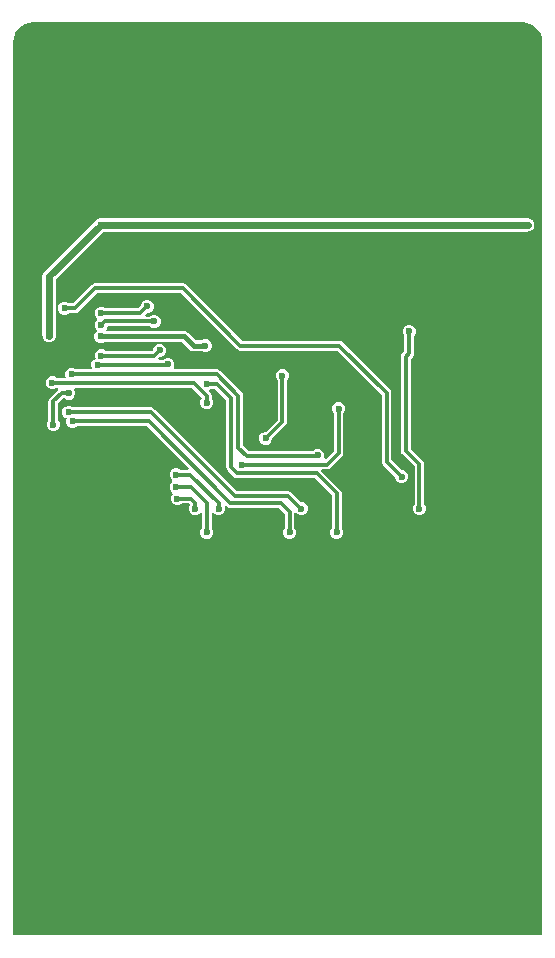
<source format=gbl>
G04*
G04 #@! TF.GenerationSoftware,Altium Limited,Altium Designer,25.4.2 (15)*
G04*
G04 Layer_Physical_Order=2*
G04 Layer_Color=16711680*
%FSLAX44Y44*%
%MOMM*%
G71*
G04*
G04 #@! TF.SameCoordinates,8BB3DE61-D15D-4615-A688-D497E92F8216*
G04*
G04*
G04 #@! TF.FilePolarity,Positive*
G04*
G01*
G75*
%ADD10C,0.3000*%
%ADD27C,0.4000*%
%ADD28C,0.6000*%
%ADD29C,6.0000*%
%ADD30C,0.6000*%
G36*
X438202Y776097D02*
X441281Y775163D01*
X444118Y773646D01*
X446605Y771605D01*
X448646Y769118D01*
X450163Y766281D01*
X451097Y763202D01*
X451405Y760072D01*
X451390Y760000D01*
Y3609D01*
X3609D01*
Y760000D01*
X3595Y760072D01*
X3903Y763202D01*
X4837Y766281D01*
X6354Y769118D01*
X8395Y771605D01*
X10882Y773646D01*
X13719Y775163D01*
X16798Y776097D01*
X19928Y776405D01*
X20000Y776391D01*
X435000D01*
X435072Y776405D01*
X438202Y776097D01*
D02*
G37*
%LPC*%
G36*
X118102Y541540D02*
X115898D01*
X113862Y540697D01*
X112303Y539138D01*
X111460Y537102D01*
Y536286D01*
X109544Y534369D01*
X81846D01*
X81268Y534947D01*
X79232Y535790D01*
X77028D01*
X74992Y534947D01*
X73433Y533388D01*
X72590Y531352D01*
Y529148D01*
X73433Y527112D01*
X74466Y526080D01*
X74851Y525250D01*
X74466Y524420D01*
X73433Y523388D01*
X72590Y521352D01*
Y519148D01*
X73433Y517112D01*
X74161Y516384D01*
X74612Y515196D01*
X73053Y513638D01*
X72210Y511602D01*
Y509398D01*
X73053Y507362D01*
X74612Y505803D01*
X76648Y504960D01*
X78852D01*
X80888Y505803D01*
X80956Y505871D01*
X146333D01*
X152977Y499227D01*
X152977Y499227D01*
X154479Y498223D01*
X156250Y497871D01*
X156250Y497871D01*
X163044D01*
X163112Y497803D01*
X165148Y496960D01*
X167352D01*
X169388Y497803D01*
X170947Y499362D01*
X171790Y501398D01*
Y503602D01*
X170947Y505638D01*
X169388Y507197D01*
X167352Y508040D01*
X165148D01*
X163112Y507197D01*
X163044Y507129D01*
X158167D01*
X151523Y513773D01*
X150021Y514776D01*
X148250Y515129D01*
X148250Y515129D01*
X82640D01*
X82114Y516399D01*
X82827Y517112D01*
X83663Y519131D01*
X119035D01*
X119612Y518553D01*
X121648Y517710D01*
X123852D01*
X125888Y518553D01*
X127447Y520112D01*
X128290Y522148D01*
Y524352D01*
X127447Y526388D01*
X125888Y527947D01*
X123852Y528790D01*
X121648D01*
X119612Y527947D01*
X119035Y527369D01*
X115854D01*
X115368Y528543D01*
X117285Y530460D01*
X118102D01*
X120138Y531304D01*
X121697Y532862D01*
X122540Y534898D01*
Y537102D01*
X121697Y539138D01*
X120138Y540697D01*
X118102Y541540D01*
D02*
G37*
G36*
X77500Y610649D02*
X76954Y610540D01*
X76398D01*
X75884Y610327D01*
X75338Y610219D01*
X74876Y609910D01*
X74362Y609697D01*
X73969Y609303D01*
X73506Y608994D01*
X73506Y608994D01*
X30006Y565494D01*
X28781Y563661D01*
X28351Y561500D01*
X28351Y561500D01*
Y511250D01*
X28460Y510704D01*
Y510148D01*
X28673Y509634D01*
X28781Y509089D01*
X29090Y508626D01*
X29303Y508112D01*
X29697Y507719D01*
X30006Y507256D01*
X30468Y506947D01*
X30862Y506554D01*
X31376Y506341D01*
X31838Y506032D01*
X32384Y505923D01*
X32898Y505710D01*
X33454D01*
X34000Y505602D01*
X34546Y505710D01*
X35102D01*
X35616Y505923D01*
X36161Y506032D01*
X36624Y506341D01*
X37138Y506554D01*
X37531Y506947D01*
X37994Y507256D01*
X38303Y507719D01*
X38696Y508112D01*
X38909Y508626D01*
X39218Y509089D01*
X39327Y509634D01*
X39540Y510148D01*
Y510704D01*
X39648Y511250D01*
Y559160D01*
X79840Y599352D01*
X439250D01*
X439796Y599460D01*
X440352D01*
X440866Y599673D01*
X441412Y599781D01*
X441874Y600090D01*
X442388Y600303D01*
X442781Y600697D01*
X443244Y601006D01*
X443553Y601469D01*
X443947Y601862D01*
X444160Y602376D01*
X444469Y602838D01*
X444577Y603384D01*
X444790Y603898D01*
Y604454D01*
X444898Y605000D01*
X444790Y605546D01*
Y606102D01*
X444577Y606616D01*
X444469Y607162D01*
X444160Y607624D01*
X443947Y608138D01*
X443553Y608531D01*
X443244Y608994D01*
X442781Y609303D01*
X442388Y609697D01*
X441874Y609910D01*
X441412Y610219D01*
X440866Y610327D01*
X440352Y610540D01*
X439796D01*
X439250Y610648D01*
X77500D01*
X77500Y610649D01*
D02*
G37*
G36*
X128602Y504290D02*
X126398D01*
X124362Y503447D01*
X122803Y501888D01*
X121960Y499852D01*
Y499035D01*
X121414Y498489D01*
X81846D01*
X81268Y499067D01*
X79232Y499910D01*
X77028D01*
X74992Y499067D01*
X73433Y497508D01*
X72590Y495472D01*
Y493268D01*
X73304Y491544D01*
X71862Y490947D01*
X70303Y489388D01*
X69460Y487352D01*
Y485148D01*
X69981Y483889D01*
X69137Y482619D01*
X56716D01*
X56138Y483196D01*
X54102Y484040D01*
X51898D01*
X49862Y483196D01*
X48304Y481638D01*
X47460Y479602D01*
Y477398D01*
X47878Y476389D01*
X47029Y475119D01*
X40716D01*
X39888Y475947D01*
X37852Y476790D01*
X35648D01*
X33612Y475947D01*
X32053Y474388D01*
X31210Y472352D01*
Y470148D01*
X32053Y468112D01*
X33612Y466553D01*
X35648Y465710D01*
X37852D01*
X39888Y466553D01*
X40216Y466881D01*
X41499D01*
X41884Y465611D01*
X41587Y465413D01*
X34587Y458413D01*
X33694Y457076D01*
X33381Y455500D01*
Y439466D01*
X32803Y438888D01*
X31960Y436852D01*
Y434648D01*
X32803Y432612D01*
X34362Y431053D01*
X36398Y430210D01*
X38602D01*
X40638Y431053D01*
X42197Y432612D01*
X43040Y434648D01*
Y436852D01*
X42197Y438888D01*
X41619Y439466D01*
Y453794D01*
X46206Y458381D01*
X47034D01*
X47612Y457803D01*
X49648Y456960D01*
X51852D01*
X53888Y457803D01*
X55447Y459362D01*
X56290Y461398D01*
Y463602D01*
X55447Y465638D01*
X55377Y465708D01*
X55863Y466881D01*
X155119D01*
X163381Y458619D01*
Y458216D01*
X162803Y457638D01*
X161960Y455602D01*
Y453398D01*
X162803Y451362D01*
X164362Y449803D01*
X166398Y448960D01*
X168602D01*
X170638Y449803D01*
X172196Y451362D01*
X173040Y453398D01*
Y455602D01*
X172196Y457638D01*
X171619Y458216D01*
Y460325D01*
X171305Y461902D01*
X170413Y463238D01*
X169473Y464178D01*
X169720Y465423D01*
X170638Y465803D01*
X171215Y466381D01*
X174247D01*
X183881Y456747D01*
Y399750D01*
X184194Y398174D01*
X185087Y396837D01*
X190087Y391837D01*
X191424Y390944D01*
X193000Y390631D01*
X258794D01*
X273381Y376044D01*
Y348466D01*
X272803Y347888D01*
X271960Y345852D01*
Y343648D01*
X272803Y341612D01*
X274362Y340053D01*
X276398Y339210D01*
X278602D01*
X280638Y340053D01*
X282197Y341612D01*
X283040Y343648D01*
Y345852D01*
X282197Y347888D01*
X281619Y348466D01*
Y377750D01*
X281306Y379326D01*
X280413Y380663D01*
X264464Y396611D01*
X264991Y397881D01*
X269250D01*
X270826Y398194D01*
X272163Y399087D01*
X281913Y408837D01*
X282806Y410174D01*
X283119Y411750D01*
Y445784D01*
X283697Y446362D01*
X284540Y448398D01*
Y450602D01*
X283697Y452638D01*
X282138Y454197D01*
X280102Y455040D01*
X277898D01*
X275862Y454197D01*
X274303Y452638D01*
X273460Y450602D01*
Y448398D01*
X274303Y446362D01*
X274881Y445784D01*
Y413456D01*
X268183Y406759D01*
X267368Y406830D01*
X266571Y408120D01*
X266790Y408648D01*
Y410852D01*
X265947Y412888D01*
X264388Y414447D01*
X262352Y415290D01*
X260148D01*
X258112Y414447D01*
X257284Y413619D01*
X202956D01*
X198369Y418206D01*
Y460250D01*
X198056Y461826D01*
X197163Y463163D01*
X178913Y481413D01*
X177576Y482305D01*
X176000Y482619D01*
X139781D01*
X139301Y483889D01*
X140080Y485770D01*
Y487974D01*
X139236Y490010D01*
X137678Y491568D01*
X135642Y492412D01*
X133438D01*
X131402Y491568D01*
X130452Y490619D01*
X126990D01*
X126464Y491889D01*
X127785Y493210D01*
X128602D01*
X130638Y494053D01*
X132197Y495612D01*
X133040Y497648D01*
Y499852D01*
X132197Y501888D01*
X130638Y503447D01*
X128602Y504290D01*
D02*
G37*
G36*
X232602Y482790D02*
X230398D01*
X228362Y481947D01*
X226803Y480388D01*
X225960Y478352D01*
Y476148D01*
X226803Y474112D01*
X227381Y473534D01*
Y440206D01*
X217215Y430040D01*
X216398D01*
X214362Y429197D01*
X212804Y427638D01*
X211960Y425602D01*
Y423398D01*
X212804Y421362D01*
X214362Y419804D01*
X216398Y418960D01*
X218602D01*
X220638Y419804D01*
X222197Y421362D01*
X223040Y423398D01*
Y424215D01*
X234413Y435587D01*
X235306Y436923D01*
X235619Y438500D01*
Y473534D01*
X236197Y474112D01*
X237040Y476148D01*
Y478352D01*
X236197Y480388D01*
X234638Y481947D01*
X232602Y482790D01*
D02*
G37*
G36*
X51781Y451997D02*
X49577D01*
X47541Y451154D01*
X45983Y449595D01*
X45139Y447559D01*
Y445355D01*
X45983Y443319D01*
X47541Y441760D01*
X49044Y441138D01*
X48442Y439683D01*
Y437479D01*
X49285Y435443D01*
X50843Y433885D01*
X52880Y433041D01*
X55083D01*
X57120Y433885D01*
X57697Y434462D01*
X116713D01*
X152285Y398889D01*
X151759Y397619D01*
X145216D01*
X144638Y398197D01*
X142602Y399040D01*
X140398D01*
X138362Y398197D01*
X136803Y396638D01*
X135960Y394602D01*
Y392398D01*
X136803Y390362D01*
X138196Y388969D01*
X138316Y388348D01*
X138229Y387484D01*
X136883Y386138D01*
X136040Y384102D01*
Y381898D01*
X136883Y379862D01*
X138442Y378303D01*
X138654Y377238D01*
X137803Y376388D01*
X136960Y374352D01*
Y372148D01*
X137803Y370112D01*
X139362Y368553D01*
X141398Y367710D01*
X143602D01*
X145638Y368553D01*
X146216Y369131D01*
X152044D01*
X153126Y368049D01*
X152885Y367807D01*
X152041Y365771D01*
Y363567D01*
X152885Y361531D01*
X154443Y359972D01*
X156479Y359129D01*
X158683D01*
X160719Y359972D01*
X162111Y361364D01*
X162900Y361217D01*
X163381Y360974D01*
Y348466D01*
X162803Y347888D01*
X161960Y345852D01*
Y343648D01*
X162803Y341612D01*
X164362Y340053D01*
X166398Y339210D01*
X168602D01*
X170638Y340053D01*
X172196Y341612D01*
X173040Y343648D01*
Y345852D01*
X172196Y347888D01*
X171619Y348466D01*
Y361152D01*
X172482Y361487D01*
X172889Y361526D01*
X174362Y360053D01*
X176398Y359210D01*
X178602D01*
X180638Y360053D01*
X182196Y361612D01*
X183040Y363648D01*
Y365852D01*
X182696Y366683D01*
X183772Y367402D01*
X184587Y366587D01*
X185924Y365694D01*
X187500Y365381D01*
X228294D01*
X233462Y360212D01*
Y348384D01*
X232885Y347807D01*
X232041Y345771D01*
Y343567D01*
X232885Y341531D01*
X234443Y339972D01*
X236479Y339129D01*
X238683D01*
X240720Y339972D01*
X242278Y341531D01*
X243121Y343567D01*
Y345771D01*
X242278Y347807D01*
X241701Y348384D01*
Y361071D01*
X242564Y361406D01*
X242971Y361445D01*
X244443Y359972D01*
X246479Y359129D01*
X248683D01*
X250720Y359972D01*
X252278Y361531D01*
X253121Y363567D01*
Y365771D01*
X252278Y367807D01*
X250720Y369365D01*
X248683Y370209D01*
X247367D01*
X239413Y378163D01*
X238076Y379056D01*
X236500Y379369D01*
X192956D01*
X122831Y449494D01*
X121495Y450387D01*
X119919Y450700D01*
X54271D01*
X53818Y451154D01*
X51781Y451997D01*
D02*
G37*
G36*
X147422Y555369D02*
X73000D01*
X71424Y555056D01*
X70087Y554163D01*
X54544Y538619D01*
X50966D01*
X50388Y539196D01*
X48352Y540040D01*
X46148D01*
X44112Y539196D01*
X42554Y537638D01*
X41710Y535602D01*
Y533398D01*
X42554Y531362D01*
X44112Y529803D01*
X46148Y528960D01*
X48352D01*
X50388Y529803D01*
X50966Y530381D01*
X56250D01*
X57826Y530694D01*
X59163Y531587D01*
X74706Y547131D01*
X145716D01*
X193009Y499837D01*
X194346Y498944D01*
X195922Y498631D01*
X278044D01*
X315512Y461163D01*
Y404619D01*
X315825Y403043D01*
X316718Y401706D01*
X326960Y391465D01*
Y390648D01*
X327803Y388612D01*
X329362Y387053D01*
X331398Y386210D01*
X333602D01*
X335638Y387053D01*
X337197Y388612D01*
X338040Y390648D01*
Y392852D01*
X337197Y394888D01*
X335638Y396447D01*
X333602Y397290D01*
X332785D01*
X323750Y406325D01*
Y462869D01*
X323437Y464445D01*
X322544Y465782D01*
X282663Y505663D01*
X281326Y506556D01*
X279750Y506869D01*
X197628D01*
X150335Y554163D01*
X148998Y555056D01*
X147422Y555369D01*
D02*
G37*
G36*
X339852Y520363D02*
X337648D01*
X335612Y519520D01*
X334053Y517961D01*
X333210Y515925D01*
Y513721D01*
X334053Y511685D01*
X334631Y511107D01*
Y497956D01*
X333087Y496413D01*
X332194Y495076D01*
X331881Y493500D01*
Y413750D01*
X332194Y412174D01*
X333087Y410837D01*
X343381Y400544D01*
Y368466D01*
X342803Y367888D01*
X341960Y365852D01*
Y363648D01*
X342803Y361612D01*
X344362Y360053D01*
X346398Y359210D01*
X348602D01*
X350638Y360053D01*
X352197Y361612D01*
X353040Y363648D01*
Y365852D01*
X352197Y367888D01*
X351619Y368466D01*
Y402250D01*
X351306Y403826D01*
X350413Y405163D01*
X340119Y415456D01*
Y491794D01*
X341663Y493337D01*
X342556Y494674D01*
X342869Y496250D01*
Y511107D01*
X343447Y511685D01*
X344290Y513721D01*
Y515925D01*
X343447Y517961D01*
X341888Y519520D01*
X339852Y520363D01*
D02*
G37*
%LPD*%
D10*
X50804Y446581D02*
X119919D01*
X50679Y446457D02*
X50804Y446581D01*
X53981Y438581D02*
X118419D01*
X37500Y455500D02*
X44500Y462500D01*
X37500Y435757D02*
Y455500D01*
X187500Y369500D02*
X230000D01*
X237582Y344669D02*
Y361919D01*
X230000Y369500D02*
X237582Y361919D01*
X56250Y534500D02*
X73000Y551250D01*
X47250Y534500D02*
X56250D01*
X319631Y404619D02*
X332500Y391750D01*
X319631Y404619D02*
Y462869D01*
X279750Y502750D02*
X319631Y462869D01*
X195922Y502750D02*
X279750D01*
X73000Y551250D02*
X147422D01*
X217500Y424500D02*
X231500Y438500D01*
Y477250D01*
X279000Y411750D02*
Y449500D01*
X269250Y402000D02*
X279000Y411750D01*
X197500Y402000D02*
X269250D01*
X147422Y551250D02*
X195922Y502750D01*
X336000Y413750D02*
X347500Y402250D01*
Y364750D02*
Y402250D01*
X336000Y413750D02*
Y493500D01*
X338750Y496250D02*
Y514823D01*
X336000Y493500D02*
X338750Y496250D01*
X277500Y344750D02*
Y377750D01*
X193000Y394750D02*
X260500D01*
X277500Y377750D01*
X201250Y409500D02*
X261000D01*
X261250Y409750D01*
X81210Y523250D02*
X122750D01*
X78130Y520250D02*
X78210D01*
X81210Y523250D01*
X153750Y373250D02*
X157500Y369500D01*
X142500Y373250D02*
X153750D01*
X157500Y364750D02*
Y369500D01*
Y364750D02*
X157581Y364669D01*
X75250Y486500D02*
X134168D01*
X134540Y486872D01*
X78130Y530250D02*
X111250D01*
X117000Y536000D01*
X188000Y399750D02*
X193000Y394750D01*
X175953Y470500D02*
X188000Y458453D01*
Y399750D02*
Y458453D01*
X194250Y416500D02*
X201250Y409500D01*
X194250Y416500D02*
Y460250D01*
X167500Y454500D02*
Y460325D01*
X156825Y471000D02*
X167500Y460325D01*
X37000Y471000D02*
X156825D01*
X153750Y383000D02*
X167500Y369250D01*
X141500Y393500D02*
X153250D01*
X141580Y383000D02*
X153750D01*
X123120Y494370D02*
X127500Y498750D01*
X78130Y494370D02*
X123120D01*
X75000Y486250D02*
X75250Y486500D01*
X53000Y478500D02*
X176000D01*
X194250Y460250D01*
X44500Y462500D02*
X50750D01*
X36750Y471250D02*
X37000Y471000D01*
X236500Y375250D02*
X247081Y364669D01*
X119919Y446581D02*
X191250Y375250D01*
X236500D01*
X118419Y438581D02*
X187500Y369500D01*
X177447Y364803D02*
X177500Y364750D01*
X153250Y393500D02*
X177447Y369304D01*
Y364803D02*
Y369304D01*
X167500Y344750D02*
Y369250D01*
X247081Y364669D02*
X247581D01*
X167500Y470500D02*
X175953D01*
D27*
X156250Y502500D02*
X166250D01*
X148250Y510500D02*
X156250Y502500D01*
X77750Y510500D02*
X148250D01*
D28*
X77500Y605000D02*
X375000D01*
X439250D01*
X34000Y561500D02*
X77500Y605000D01*
X34000Y511250D02*
Y561500D01*
D29*
X227500Y730000D02*
D03*
D30*
X8750Y202500D02*
D03*
Y375750D02*
D03*
Y46000D02*
D03*
X232500Y594000D02*
D03*
X251000Y523000D02*
D03*
X312500Y570000D02*
D03*
X285750Y578000D02*
D03*
X304250Y502822D02*
D03*
X398750Y525250D02*
D03*
X304250Y514823D02*
D03*
X258750Y586250D02*
D03*
X346669Y416731D02*
D03*
X23540Y607331D02*
D03*
X204581Y520919D02*
D03*
X304250Y452118D02*
D03*
Y440118D02*
D03*
X34040Y501750D02*
D03*
X20000Y466000D02*
D03*
Y526000D02*
D03*
Y586000D02*
D03*
Y646000D02*
D03*
X35000Y676000D02*
D03*
X20000Y706000D02*
D03*
X35000Y736000D02*
D03*
X65000Y616000D02*
D03*
Y676000D02*
D03*
X50000Y706000D02*
D03*
X80000Y586000D02*
D03*
X95000Y616000D02*
D03*
Y676000D02*
D03*
X110000Y586000D02*
D03*
X125000Y676000D02*
D03*
X110000Y706000D02*
D03*
X125000Y736000D02*
D03*
X140000Y526000D02*
D03*
X155000Y556000D02*
D03*
X140000Y586000D02*
D03*
X155000Y676000D02*
D03*
Y736000D02*
D03*
X170000Y646000D02*
D03*
Y706000D02*
D03*
X185000Y736000D02*
D03*
X200000Y586000D02*
D03*
Y646000D02*
D03*
X230000D02*
D03*
X260000Y466000D02*
D03*
Y646000D02*
D03*
X275000Y736000D02*
D03*
X290000Y46000D02*
D03*
X305000Y76000D02*
D03*
X290000Y106000D02*
D03*
X305000Y136000D02*
D03*
X290000Y166000D02*
D03*
X305000Y196000D02*
D03*
X290000Y226000D02*
D03*
X305000Y256000D02*
D03*
X290000Y286000D02*
D03*
X305000Y316000D02*
D03*
X290000Y346000D02*
D03*
X305000Y376000D02*
D03*
X290000Y406000D02*
D03*
Y526000D02*
D03*
Y646000D02*
D03*
X305000Y676000D02*
D03*
X290000Y706000D02*
D03*
X305000Y736000D02*
D03*
X335000Y76000D02*
D03*
Y136000D02*
D03*
Y196000D02*
D03*
Y256000D02*
D03*
Y316000D02*
D03*
Y376000D02*
D03*
X320000Y526000D02*
D03*
Y586000D02*
D03*
Y646000D02*
D03*
X335000Y676000D02*
D03*
X320000Y706000D02*
D03*
X335000Y736000D02*
D03*
X365000Y76000D02*
D03*
Y136000D02*
D03*
Y196000D02*
D03*
Y256000D02*
D03*
Y316000D02*
D03*
Y376000D02*
D03*
X350000Y526000D02*
D03*
Y586000D02*
D03*
X365000Y616000D02*
D03*
Y676000D02*
D03*
X350000Y706000D02*
D03*
X380000Y46000D02*
D03*
X395000Y76000D02*
D03*
X380000Y106000D02*
D03*
X395000Y136000D02*
D03*
X380000Y166000D02*
D03*
X395000Y196000D02*
D03*
X380000Y226000D02*
D03*
X395000Y256000D02*
D03*
X380000Y286000D02*
D03*
X395000Y316000D02*
D03*
X380000Y346000D02*
D03*
X395000Y376000D02*
D03*
X380000Y406000D02*
D03*
X395000Y436000D02*
D03*
Y496000D02*
D03*
X380000Y586000D02*
D03*
X395000Y616000D02*
D03*
Y676000D02*
D03*
X410000Y46000D02*
D03*
X425000Y76000D02*
D03*
X410000Y106000D02*
D03*
X425000Y136000D02*
D03*
X410000Y166000D02*
D03*
X425000Y196000D02*
D03*
X410000Y226000D02*
D03*
X425000Y256000D02*
D03*
X410000Y286000D02*
D03*
X425000Y316000D02*
D03*
X410000Y346000D02*
D03*
X425000Y376000D02*
D03*
Y556000D02*
D03*
Y616000D02*
D03*
X410000Y706000D02*
D03*
X50679Y446457D02*
D03*
X53981Y438581D02*
D03*
X37500Y435750D02*
D03*
X77500Y605000D02*
D03*
X439250D02*
D03*
X375000D02*
D03*
X47250Y534500D02*
D03*
X332500Y391750D02*
D03*
X231500Y477250D02*
D03*
X279000Y449500D02*
D03*
X166250Y502500D02*
D03*
X77750Y510500D02*
D03*
X261250Y409750D02*
D03*
X78130Y520250D02*
D03*
X338750Y514823D02*
D03*
X134540Y486872D02*
D03*
X197500Y402000D02*
D03*
X141500Y393500D02*
D03*
X142500Y373250D02*
D03*
X141580Y383000D02*
D03*
X127500Y498750D02*
D03*
X75000Y486250D02*
D03*
X78130Y494370D02*
D03*
Y530250D02*
D03*
X50750Y462500D02*
D03*
X36750Y471250D02*
D03*
X247581Y364669D02*
D03*
X237582Y344669D02*
D03*
X117000Y536000D02*
D03*
X122750Y523250D02*
D03*
X157581Y364669D02*
D03*
X167500Y470500D02*
D03*
Y454500D02*
D03*
X53000Y478500D02*
D03*
X217500Y424500D02*
D03*
X177500Y364750D02*
D03*
X167500Y344750D02*
D03*
X277500D02*
D03*
X34000Y511250D02*
D03*
X347500Y364750D02*
D03*
M02*

</source>
